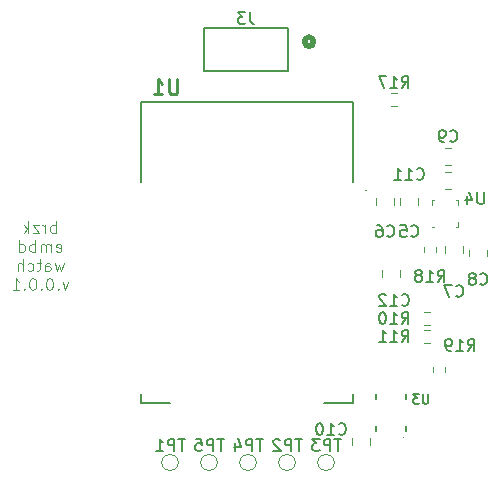
<source format=gbr>
%TF.GenerationSoftware,KiCad,Pcbnew,7.0.9*%
%TF.CreationDate,2023-12-29T19:26:43-05:00*%
%TF.ProjectId,watch-0001,77617463-682d-4303-9030-312e6b696361,v.0.0.1*%
%TF.SameCoordinates,Original*%
%TF.FileFunction,Legend,Bot*%
%TF.FilePolarity,Positive*%
%FSLAX46Y46*%
G04 Gerber Fmt 4.6, Leading zero omitted, Abs format (unit mm)*
G04 Created by KiCad (PCBNEW 7.0.9) date 2023-12-29 19:26:43*
%MOMM*%
%LPD*%
G01*
G04 APERTURE LIST*
%ADD10C,0.100000*%
%ADD11C,0.150000*%
%ADD12C,0.254000*%
%ADD13C,0.120000*%
%ADD14C,0.152400*%
%ADD15C,0.508000*%
%ADD16C,0.127000*%
%ADD17C,0.200000*%
G04 APERTURE END LIST*
D10*
X128380952Y-87536800D02*
X128476190Y-87584419D01*
X128476190Y-87584419D02*
X128666666Y-87584419D01*
X128666666Y-87584419D02*
X128761904Y-87536800D01*
X128761904Y-87536800D02*
X128809523Y-87441561D01*
X128809523Y-87441561D02*
X128809523Y-87060609D01*
X128809523Y-87060609D02*
X128761904Y-86965371D01*
X128761904Y-86965371D02*
X128666666Y-86917752D01*
X128666666Y-86917752D02*
X128476190Y-86917752D01*
X128476190Y-86917752D02*
X128380952Y-86965371D01*
X128380952Y-86965371D02*
X128333333Y-87060609D01*
X128333333Y-87060609D02*
X128333333Y-87155847D01*
X128333333Y-87155847D02*
X128809523Y-87251085D01*
X127904761Y-87584419D02*
X127904761Y-86917752D01*
X127904761Y-87012990D02*
X127857142Y-86965371D01*
X127857142Y-86965371D02*
X127761904Y-86917752D01*
X127761904Y-86917752D02*
X127619047Y-86917752D01*
X127619047Y-86917752D02*
X127523809Y-86965371D01*
X127523809Y-86965371D02*
X127476190Y-87060609D01*
X127476190Y-87060609D02*
X127476190Y-87584419D01*
X127476190Y-87060609D02*
X127428571Y-86965371D01*
X127428571Y-86965371D02*
X127333333Y-86917752D01*
X127333333Y-86917752D02*
X127190476Y-86917752D01*
X127190476Y-86917752D02*
X127095237Y-86965371D01*
X127095237Y-86965371D02*
X127047618Y-87060609D01*
X127047618Y-87060609D02*
X127047618Y-87584419D01*
X126571428Y-87584419D02*
X126571428Y-86584419D01*
X126571428Y-86965371D02*
X126476190Y-86917752D01*
X126476190Y-86917752D02*
X126285714Y-86917752D01*
X126285714Y-86917752D02*
X126190476Y-86965371D01*
X126190476Y-86965371D02*
X126142857Y-87012990D01*
X126142857Y-87012990D02*
X126095238Y-87108228D01*
X126095238Y-87108228D02*
X126095238Y-87393942D01*
X126095238Y-87393942D02*
X126142857Y-87489180D01*
X126142857Y-87489180D02*
X126190476Y-87536800D01*
X126190476Y-87536800D02*
X126285714Y-87584419D01*
X126285714Y-87584419D02*
X126476190Y-87584419D01*
X126476190Y-87584419D02*
X126571428Y-87536800D01*
X125238095Y-87584419D02*
X125238095Y-86584419D01*
X125238095Y-87536800D02*
X125333333Y-87584419D01*
X125333333Y-87584419D02*
X125523809Y-87584419D01*
X125523809Y-87584419D02*
X125619047Y-87536800D01*
X125619047Y-87536800D02*
X125666666Y-87489180D01*
X125666666Y-87489180D02*
X125714285Y-87393942D01*
X125714285Y-87393942D02*
X125714285Y-87108228D01*
X125714285Y-87108228D02*
X125666666Y-87012990D01*
X125666666Y-87012990D02*
X125619047Y-86965371D01*
X125619047Y-86965371D02*
X125523809Y-86917752D01*
X125523809Y-86917752D02*
X125333333Y-86917752D01*
X125333333Y-86917752D02*
X125238095Y-86965371D01*
X128999999Y-88527752D02*
X128809523Y-89194419D01*
X128809523Y-89194419D02*
X128619047Y-88718228D01*
X128619047Y-88718228D02*
X128428571Y-89194419D01*
X128428571Y-89194419D02*
X128238095Y-88527752D01*
X127428571Y-89194419D02*
X127428571Y-88670609D01*
X127428571Y-88670609D02*
X127476190Y-88575371D01*
X127476190Y-88575371D02*
X127571428Y-88527752D01*
X127571428Y-88527752D02*
X127761904Y-88527752D01*
X127761904Y-88527752D02*
X127857142Y-88575371D01*
X127428571Y-89146800D02*
X127523809Y-89194419D01*
X127523809Y-89194419D02*
X127761904Y-89194419D01*
X127761904Y-89194419D02*
X127857142Y-89146800D01*
X127857142Y-89146800D02*
X127904761Y-89051561D01*
X127904761Y-89051561D02*
X127904761Y-88956323D01*
X127904761Y-88956323D02*
X127857142Y-88861085D01*
X127857142Y-88861085D02*
X127761904Y-88813466D01*
X127761904Y-88813466D02*
X127523809Y-88813466D01*
X127523809Y-88813466D02*
X127428571Y-88765847D01*
X127095237Y-88527752D02*
X126714285Y-88527752D01*
X126952380Y-88194419D02*
X126952380Y-89051561D01*
X126952380Y-89051561D02*
X126904761Y-89146800D01*
X126904761Y-89146800D02*
X126809523Y-89194419D01*
X126809523Y-89194419D02*
X126714285Y-89194419D01*
X125952380Y-89146800D02*
X126047618Y-89194419D01*
X126047618Y-89194419D02*
X126238094Y-89194419D01*
X126238094Y-89194419D02*
X126333332Y-89146800D01*
X126333332Y-89146800D02*
X126380951Y-89099180D01*
X126380951Y-89099180D02*
X126428570Y-89003942D01*
X126428570Y-89003942D02*
X126428570Y-88718228D01*
X126428570Y-88718228D02*
X126380951Y-88622990D01*
X126380951Y-88622990D02*
X126333332Y-88575371D01*
X126333332Y-88575371D02*
X126238094Y-88527752D01*
X126238094Y-88527752D02*
X126047618Y-88527752D01*
X126047618Y-88527752D02*
X125952380Y-88575371D01*
X125523808Y-89194419D02*
X125523808Y-88194419D01*
X125095237Y-89194419D02*
X125095237Y-88670609D01*
X125095237Y-88670609D02*
X125142856Y-88575371D01*
X125142856Y-88575371D02*
X125238094Y-88527752D01*
X125238094Y-88527752D02*
X125380951Y-88527752D01*
X125380951Y-88527752D02*
X125476189Y-88575371D01*
X125476189Y-88575371D02*
X125523808Y-88622990D01*
X129380951Y-90137752D02*
X129142856Y-90804419D01*
X129142856Y-90804419D02*
X128904761Y-90137752D01*
X128523808Y-90709180D02*
X128476189Y-90756800D01*
X128476189Y-90756800D02*
X128523808Y-90804419D01*
X128523808Y-90804419D02*
X128571427Y-90756800D01*
X128571427Y-90756800D02*
X128523808Y-90709180D01*
X128523808Y-90709180D02*
X128523808Y-90804419D01*
X127857142Y-89804419D02*
X127761904Y-89804419D01*
X127761904Y-89804419D02*
X127666666Y-89852038D01*
X127666666Y-89852038D02*
X127619047Y-89899657D01*
X127619047Y-89899657D02*
X127571428Y-89994895D01*
X127571428Y-89994895D02*
X127523809Y-90185371D01*
X127523809Y-90185371D02*
X127523809Y-90423466D01*
X127523809Y-90423466D02*
X127571428Y-90613942D01*
X127571428Y-90613942D02*
X127619047Y-90709180D01*
X127619047Y-90709180D02*
X127666666Y-90756800D01*
X127666666Y-90756800D02*
X127761904Y-90804419D01*
X127761904Y-90804419D02*
X127857142Y-90804419D01*
X127857142Y-90804419D02*
X127952380Y-90756800D01*
X127952380Y-90756800D02*
X127999999Y-90709180D01*
X127999999Y-90709180D02*
X128047618Y-90613942D01*
X128047618Y-90613942D02*
X128095237Y-90423466D01*
X128095237Y-90423466D02*
X128095237Y-90185371D01*
X128095237Y-90185371D02*
X128047618Y-89994895D01*
X128047618Y-89994895D02*
X127999999Y-89899657D01*
X127999999Y-89899657D02*
X127952380Y-89852038D01*
X127952380Y-89852038D02*
X127857142Y-89804419D01*
X127095237Y-90709180D02*
X127047618Y-90756800D01*
X127047618Y-90756800D02*
X127095237Y-90804419D01*
X127095237Y-90804419D02*
X127142856Y-90756800D01*
X127142856Y-90756800D02*
X127095237Y-90709180D01*
X127095237Y-90709180D02*
X127095237Y-90804419D01*
X126428571Y-89804419D02*
X126333333Y-89804419D01*
X126333333Y-89804419D02*
X126238095Y-89852038D01*
X126238095Y-89852038D02*
X126190476Y-89899657D01*
X126190476Y-89899657D02*
X126142857Y-89994895D01*
X126142857Y-89994895D02*
X126095238Y-90185371D01*
X126095238Y-90185371D02*
X126095238Y-90423466D01*
X126095238Y-90423466D02*
X126142857Y-90613942D01*
X126142857Y-90613942D02*
X126190476Y-90709180D01*
X126190476Y-90709180D02*
X126238095Y-90756800D01*
X126238095Y-90756800D02*
X126333333Y-90804419D01*
X126333333Y-90804419D02*
X126428571Y-90804419D01*
X126428571Y-90804419D02*
X126523809Y-90756800D01*
X126523809Y-90756800D02*
X126571428Y-90709180D01*
X126571428Y-90709180D02*
X126619047Y-90613942D01*
X126619047Y-90613942D02*
X126666666Y-90423466D01*
X126666666Y-90423466D02*
X126666666Y-90185371D01*
X126666666Y-90185371D02*
X126619047Y-89994895D01*
X126619047Y-89994895D02*
X126571428Y-89899657D01*
X126571428Y-89899657D02*
X126523809Y-89852038D01*
X126523809Y-89852038D02*
X126428571Y-89804419D01*
X125666666Y-90709180D02*
X125619047Y-90756800D01*
X125619047Y-90756800D02*
X125666666Y-90804419D01*
X125666666Y-90804419D02*
X125714285Y-90756800D01*
X125714285Y-90756800D02*
X125666666Y-90709180D01*
X125666666Y-90709180D02*
X125666666Y-90804419D01*
X124666667Y-90804419D02*
X125238095Y-90804419D01*
X124952381Y-90804419D02*
X124952381Y-89804419D01*
X124952381Y-89804419D02*
X125047619Y-89947276D01*
X125047619Y-89947276D02*
X125142857Y-90042514D01*
X125142857Y-90042514D02*
X125238095Y-90090133D01*
X128333333Y-85978419D02*
X128333333Y-84978419D01*
X128333333Y-85359371D02*
X128238095Y-85311752D01*
X128238095Y-85311752D02*
X128047619Y-85311752D01*
X128047619Y-85311752D02*
X127952381Y-85359371D01*
X127952381Y-85359371D02*
X127904762Y-85406990D01*
X127904762Y-85406990D02*
X127857143Y-85502228D01*
X127857143Y-85502228D02*
X127857143Y-85787942D01*
X127857143Y-85787942D02*
X127904762Y-85883180D01*
X127904762Y-85883180D02*
X127952381Y-85930800D01*
X127952381Y-85930800D02*
X128047619Y-85978419D01*
X128047619Y-85978419D02*
X128238095Y-85978419D01*
X128238095Y-85978419D02*
X128333333Y-85930800D01*
X127428571Y-85978419D02*
X127428571Y-85311752D01*
X127428571Y-85502228D02*
X127380952Y-85406990D01*
X127380952Y-85406990D02*
X127333333Y-85359371D01*
X127333333Y-85359371D02*
X127238095Y-85311752D01*
X127238095Y-85311752D02*
X127142857Y-85311752D01*
X126904761Y-85311752D02*
X126380952Y-85311752D01*
X126380952Y-85311752D02*
X126904761Y-85978419D01*
X126904761Y-85978419D02*
X126380952Y-85978419D01*
X125999999Y-85978419D02*
X125999999Y-84978419D01*
X125904761Y-85597466D02*
X125619047Y-85978419D01*
X125619047Y-85311752D02*
X125999999Y-85692704D01*
D11*
X162218666Y-91291580D02*
X162266285Y-91339200D01*
X162266285Y-91339200D02*
X162409142Y-91386819D01*
X162409142Y-91386819D02*
X162504380Y-91386819D01*
X162504380Y-91386819D02*
X162647237Y-91339200D01*
X162647237Y-91339200D02*
X162742475Y-91243961D01*
X162742475Y-91243961D02*
X162790094Y-91148723D01*
X162790094Y-91148723D02*
X162837713Y-90958247D01*
X162837713Y-90958247D02*
X162837713Y-90815390D01*
X162837713Y-90815390D02*
X162790094Y-90624914D01*
X162790094Y-90624914D02*
X162742475Y-90529676D01*
X162742475Y-90529676D02*
X162647237Y-90434438D01*
X162647237Y-90434438D02*
X162504380Y-90386819D01*
X162504380Y-90386819D02*
X162409142Y-90386819D01*
X162409142Y-90386819D02*
X162266285Y-90434438D01*
X162266285Y-90434438D02*
X162218666Y-90482057D01*
X161885332Y-90386819D02*
X161218666Y-90386819D01*
X161218666Y-90386819D02*
X161647237Y-91386819D01*
X145871237Y-103416819D02*
X145299809Y-103416819D01*
X145585523Y-104416819D02*
X145585523Y-103416819D01*
X144966475Y-104416819D02*
X144966475Y-103416819D01*
X144966475Y-103416819D02*
X144585523Y-103416819D01*
X144585523Y-103416819D02*
X144490285Y-103464438D01*
X144490285Y-103464438D02*
X144442666Y-103512057D01*
X144442666Y-103512057D02*
X144395047Y-103607295D01*
X144395047Y-103607295D02*
X144395047Y-103750152D01*
X144395047Y-103750152D02*
X144442666Y-103845390D01*
X144442666Y-103845390D02*
X144490285Y-103893009D01*
X144490285Y-103893009D02*
X144585523Y-103940628D01*
X144585523Y-103940628D02*
X144966475Y-103940628D01*
X143537904Y-103750152D02*
X143537904Y-104416819D01*
X143775999Y-103369200D02*
X144014094Y-104083485D01*
X144014094Y-104083485D02*
X143395047Y-104083485D01*
X157614857Y-93672819D02*
X157948190Y-93196628D01*
X158186285Y-93672819D02*
X158186285Y-92672819D01*
X158186285Y-92672819D02*
X157805333Y-92672819D01*
X157805333Y-92672819D02*
X157710095Y-92720438D01*
X157710095Y-92720438D02*
X157662476Y-92768057D01*
X157662476Y-92768057D02*
X157614857Y-92863295D01*
X157614857Y-92863295D02*
X157614857Y-93006152D01*
X157614857Y-93006152D02*
X157662476Y-93101390D01*
X157662476Y-93101390D02*
X157710095Y-93149009D01*
X157710095Y-93149009D02*
X157805333Y-93196628D01*
X157805333Y-93196628D02*
X158186285Y-93196628D01*
X156662476Y-93672819D02*
X157233904Y-93672819D01*
X156948190Y-93672819D02*
X156948190Y-92672819D01*
X156948190Y-92672819D02*
X157043428Y-92815676D01*
X157043428Y-92815676D02*
X157138666Y-92910914D01*
X157138666Y-92910914D02*
X157233904Y-92958533D01*
X156043428Y-92672819D02*
X155948190Y-92672819D01*
X155948190Y-92672819D02*
X155852952Y-92720438D01*
X155852952Y-92720438D02*
X155805333Y-92768057D01*
X155805333Y-92768057D02*
X155757714Y-92863295D01*
X155757714Y-92863295D02*
X155710095Y-93053771D01*
X155710095Y-93053771D02*
X155710095Y-93291866D01*
X155710095Y-93291866D02*
X155757714Y-93482342D01*
X155757714Y-93482342D02*
X155805333Y-93577580D01*
X155805333Y-93577580D02*
X155852952Y-93625200D01*
X155852952Y-93625200D02*
X155948190Y-93672819D01*
X155948190Y-93672819D02*
X156043428Y-93672819D01*
X156043428Y-93672819D02*
X156138666Y-93625200D01*
X156138666Y-93625200D02*
X156186285Y-93577580D01*
X156186285Y-93577580D02*
X156233904Y-93482342D01*
X156233904Y-93482342D02*
X156281523Y-93291866D01*
X156281523Y-93291866D02*
X156281523Y-93053771D01*
X156281523Y-93053771D02*
X156233904Y-92863295D01*
X156233904Y-92863295D02*
X156186285Y-92768057D01*
X156186285Y-92768057D02*
X156138666Y-92720438D01*
X156138666Y-92720438D02*
X156043428Y-92672819D01*
X160662857Y-90116819D02*
X160996190Y-89640628D01*
X161234285Y-90116819D02*
X161234285Y-89116819D01*
X161234285Y-89116819D02*
X160853333Y-89116819D01*
X160853333Y-89116819D02*
X160758095Y-89164438D01*
X160758095Y-89164438D02*
X160710476Y-89212057D01*
X160710476Y-89212057D02*
X160662857Y-89307295D01*
X160662857Y-89307295D02*
X160662857Y-89450152D01*
X160662857Y-89450152D02*
X160710476Y-89545390D01*
X160710476Y-89545390D02*
X160758095Y-89593009D01*
X160758095Y-89593009D02*
X160853333Y-89640628D01*
X160853333Y-89640628D02*
X161234285Y-89640628D01*
X159710476Y-90116819D02*
X160281904Y-90116819D01*
X159996190Y-90116819D02*
X159996190Y-89116819D01*
X159996190Y-89116819D02*
X160091428Y-89259676D01*
X160091428Y-89259676D02*
X160186666Y-89354914D01*
X160186666Y-89354914D02*
X160281904Y-89402533D01*
X159139047Y-89545390D02*
X159234285Y-89497771D01*
X159234285Y-89497771D02*
X159281904Y-89450152D01*
X159281904Y-89450152D02*
X159329523Y-89354914D01*
X159329523Y-89354914D02*
X159329523Y-89307295D01*
X159329523Y-89307295D02*
X159281904Y-89212057D01*
X159281904Y-89212057D02*
X159234285Y-89164438D01*
X159234285Y-89164438D02*
X159139047Y-89116819D01*
X159139047Y-89116819D02*
X158948571Y-89116819D01*
X158948571Y-89116819D02*
X158853333Y-89164438D01*
X158853333Y-89164438D02*
X158805714Y-89212057D01*
X158805714Y-89212057D02*
X158758095Y-89307295D01*
X158758095Y-89307295D02*
X158758095Y-89354914D01*
X158758095Y-89354914D02*
X158805714Y-89450152D01*
X158805714Y-89450152D02*
X158853333Y-89497771D01*
X158853333Y-89497771D02*
X158948571Y-89545390D01*
X158948571Y-89545390D02*
X159139047Y-89545390D01*
X159139047Y-89545390D02*
X159234285Y-89593009D01*
X159234285Y-89593009D02*
X159281904Y-89640628D01*
X159281904Y-89640628D02*
X159329523Y-89735866D01*
X159329523Y-89735866D02*
X159329523Y-89926342D01*
X159329523Y-89926342D02*
X159281904Y-90021580D01*
X159281904Y-90021580D02*
X159234285Y-90069200D01*
X159234285Y-90069200D02*
X159139047Y-90116819D01*
X159139047Y-90116819D02*
X158948571Y-90116819D01*
X158948571Y-90116819D02*
X158853333Y-90069200D01*
X158853333Y-90069200D02*
X158805714Y-90021580D01*
X158805714Y-90021580D02*
X158758095Y-89926342D01*
X158758095Y-89926342D02*
X158758095Y-89735866D01*
X158758095Y-89735866D02*
X158805714Y-89640628D01*
X158805714Y-89640628D02*
X158853333Y-89593009D01*
X158853333Y-89593009D02*
X158948571Y-89545390D01*
X144770433Y-67272819D02*
X144770433Y-67987104D01*
X144770433Y-67987104D02*
X144818052Y-68129961D01*
X144818052Y-68129961D02*
X144913290Y-68225200D01*
X144913290Y-68225200D02*
X145056147Y-68272819D01*
X145056147Y-68272819D02*
X145151385Y-68272819D01*
X144389480Y-67272819D02*
X143770433Y-67272819D01*
X143770433Y-67272819D02*
X144103766Y-67653771D01*
X144103766Y-67653771D02*
X143960909Y-67653771D01*
X143960909Y-67653771D02*
X143865671Y-67701390D01*
X143865671Y-67701390D02*
X143818052Y-67749009D01*
X143818052Y-67749009D02*
X143770433Y-67844247D01*
X143770433Y-67844247D02*
X143770433Y-68082342D01*
X143770433Y-68082342D02*
X143818052Y-68177580D01*
X143818052Y-68177580D02*
X143865671Y-68225200D01*
X143865671Y-68225200D02*
X143960909Y-68272819D01*
X143960909Y-68272819D02*
X144246623Y-68272819D01*
X144246623Y-68272819D02*
X144341861Y-68225200D01*
X144341861Y-68225200D02*
X144389480Y-68177580D01*
X159867523Y-99638295D02*
X159867523Y-100285914D01*
X159867523Y-100285914D02*
X159829428Y-100362104D01*
X159829428Y-100362104D02*
X159791333Y-100400200D01*
X159791333Y-100400200D02*
X159715142Y-100438295D01*
X159715142Y-100438295D02*
X159562761Y-100438295D01*
X159562761Y-100438295D02*
X159486571Y-100400200D01*
X159486571Y-100400200D02*
X159448476Y-100362104D01*
X159448476Y-100362104D02*
X159410380Y-100285914D01*
X159410380Y-100285914D02*
X159410380Y-99638295D01*
X159105619Y-99638295D02*
X158610381Y-99638295D01*
X158610381Y-99638295D02*
X158877047Y-99943057D01*
X158877047Y-99943057D02*
X158762762Y-99943057D01*
X158762762Y-99943057D02*
X158686571Y-99981152D01*
X158686571Y-99981152D02*
X158648476Y-100019247D01*
X158648476Y-100019247D02*
X158610381Y-100095438D01*
X158610381Y-100095438D02*
X158610381Y-100285914D01*
X158610381Y-100285914D02*
X158648476Y-100362104D01*
X158648476Y-100362104D02*
X158686571Y-100400200D01*
X158686571Y-100400200D02*
X158762762Y-100438295D01*
X158762762Y-100438295D02*
X158991333Y-100438295D01*
X158991333Y-100438295D02*
X159067524Y-100400200D01*
X159067524Y-100400200D02*
X159105619Y-100362104D01*
X163202857Y-95958819D02*
X163536190Y-95482628D01*
X163774285Y-95958819D02*
X163774285Y-94958819D01*
X163774285Y-94958819D02*
X163393333Y-94958819D01*
X163393333Y-94958819D02*
X163298095Y-95006438D01*
X163298095Y-95006438D02*
X163250476Y-95054057D01*
X163250476Y-95054057D02*
X163202857Y-95149295D01*
X163202857Y-95149295D02*
X163202857Y-95292152D01*
X163202857Y-95292152D02*
X163250476Y-95387390D01*
X163250476Y-95387390D02*
X163298095Y-95435009D01*
X163298095Y-95435009D02*
X163393333Y-95482628D01*
X163393333Y-95482628D02*
X163774285Y-95482628D01*
X162250476Y-95958819D02*
X162821904Y-95958819D01*
X162536190Y-95958819D02*
X162536190Y-94958819D01*
X162536190Y-94958819D02*
X162631428Y-95101676D01*
X162631428Y-95101676D02*
X162726666Y-95196914D01*
X162726666Y-95196914D02*
X162821904Y-95244533D01*
X161774285Y-95958819D02*
X161583809Y-95958819D01*
X161583809Y-95958819D02*
X161488571Y-95911200D01*
X161488571Y-95911200D02*
X161440952Y-95863580D01*
X161440952Y-95863580D02*
X161345714Y-95720723D01*
X161345714Y-95720723D02*
X161298095Y-95530247D01*
X161298095Y-95530247D02*
X161298095Y-95149295D01*
X161298095Y-95149295D02*
X161345714Y-95054057D01*
X161345714Y-95054057D02*
X161393333Y-95006438D01*
X161393333Y-95006438D02*
X161488571Y-94958819D01*
X161488571Y-94958819D02*
X161679047Y-94958819D01*
X161679047Y-94958819D02*
X161774285Y-95006438D01*
X161774285Y-95006438D02*
X161821904Y-95054057D01*
X161821904Y-95054057D02*
X161869523Y-95149295D01*
X161869523Y-95149295D02*
X161869523Y-95387390D01*
X161869523Y-95387390D02*
X161821904Y-95482628D01*
X161821904Y-95482628D02*
X161774285Y-95530247D01*
X161774285Y-95530247D02*
X161679047Y-95577866D01*
X161679047Y-95577866D02*
X161488571Y-95577866D01*
X161488571Y-95577866D02*
X161393333Y-95530247D01*
X161393333Y-95530247D02*
X161345714Y-95482628D01*
X161345714Y-95482628D02*
X161298095Y-95387390D01*
X142569237Y-103416819D02*
X141997809Y-103416819D01*
X142283523Y-104416819D02*
X142283523Y-103416819D01*
X141664475Y-104416819D02*
X141664475Y-103416819D01*
X141664475Y-103416819D02*
X141283523Y-103416819D01*
X141283523Y-103416819D02*
X141188285Y-103464438D01*
X141188285Y-103464438D02*
X141140666Y-103512057D01*
X141140666Y-103512057D02*
X141093047Y-103607295D01*
X141093047Y-103607295D02*
X141093047Y-103750152D01*
X141093047Y-103750152D02*
X141140666Y-103845390D01*
X141140666Y-103845390D02*
X141188285Y-103893009D01*
X141188285Y-103893009D02*
X141283523Y-103940628D01*
X141283523Y-103940628D02*
X141664475Y-103940628D01*
X140188285Y-103416819D02*
X140664475Y-103416819D01*
X140664475Y-103416819D02*
X140712094Y-103893009D01*
X140712094Y-103893009D02*
X140664475Y-103845390D01*
X140664475Y-103845390D02*
X140569237Y-103797771D01*
X140569237Y-103797771D02*
X140331142Y-103797771D01*
X140331142Y-103797771D02*
X140235904Y-103845390D01*
X140235904Y-103845390D02*
X140188285Y-103893009D01*
X140188285Y-103893009D02*
X140140666Y-103988247D01*
X140140666Y-103988247D02*
X140140666Y-104226342D01*
X140140666Y-104226342D02*
X140188285Y-104321580D01*
X140188285Y-104321580D02*
X140235904Y-104369200D01*
X140235904Y-104369200D02*
X140331142Y-104416819D01*
X140331142Y-104416819D02*
X140569237Y-104416819D01*
X140569237Y-104416819D02*
X140664475Y-104369200D01*
X140664475Y-104369200D02*
X140712094Y-104321580D01*
X139267237Y-103416819D02*
X138695809Y-103416819D01*
X138981523Y-104416819D02*
X138981523Y-103416819D01*
X138362475Y-104416819D02*
X138362475Y-103416819D01*
X138362475Y-103416819D02*
X137981523Y-103416819D01*
X137981523Y-103416819D02*
X137886285Y-103464438D01*
X137886285Y-103464438D02*
X137838666Y-103512057D01*
X137838666Y-103512057D02*
X137791047Y-103607295D01*
X137791047Y-103607295D02*
X137791047Y-103750152D01*
X137791047Y-103750152D02*
X137838666Y-103845390D01*
X137838666Y-103845390D02*
X137886285Y-103893009D01*
X137886285Y-103893009D02*
X137981523Y-103940628D01*
X137981523Y-103940628D02*
X138362475Y-103940628D01*
X136838666Y-104416819D02*
X137410094Y-104416819D01*
X137124380Y-104416819D02*
X137124380Y-103416819D01*
X137124380Y-103416819D02*
X137219618Y-103559676D01*
X137219618Y-103559676D02*
X137314856Y-103654914D01*
X137314856Y-103654914D02*
X137410094Y-103702533D01*
X164591904Y-82512819D02*
X164591904Y-83322342D01*
X164591904Y-83322342D02*
X164544285Y-83417580D01*
X164544285Y-83417580D02*
X164496666Y-83465200D01*
X164496666Y-83465200D02*
X164401428Y-83512819D01*
X164401428Y-83512819D02*
X164210952Y-83512819D01*
X164210952Y-83512819D02*
X164115714Y-83465200D01*
X164115714Y-83465200D02*
X164068095Y-83417580D01*
X164068095Y-83417580D02*
X164020476Y-83322342D01*
X164020476Y-83322342D02*
X164020476Y-82512819D01*
X163115714Y-82846152D02*
X163115714Y-83512819D01*
X163353809Y-82465200D02*
X163591904Y-83179485D01*
X163591904Y-83179485D02*
X162972857Y-83179485D01*
X161710666Y-78181580D02*
X161758285Y-78229200D01*
X161758285Y-78229200D02*
X161901142Y-78276819D01*
X161901142Y-78276819D02*
X161996380Y-78276819D01*
X161996380Y-78276819D02*
X162139237Y-78229200D01*
X162139237Y-78229200D02*
X162234475Y-78133961D01*
X162234475Y-78133961D02*
X162282094Y-78038723D01*
X162282094Y-78038723D02*
X162329713Y-77848247D01*
X162329713Y-77848247D02*
X162329713Y-77705390D01*
X162329713Y-77705390D02*
X162282094Y-77514914D01*
X162282094Y-77514914D02*
X162234475Y-77419676D01*
X162234475Y-77419676D02*
X162139237Y-77324438D01*
X162139237Y-77324438D02*
X161996380Y-77276819D01*
X161996380Y-77276819D02*
X161901142Y-77276819D01*
X161901142Y-77276819D02*
X161758285Y-77324438D01*
X161758285Y-77324438D02*
X161710666Y-77372057D01*
X161234475Y-78276819D02*
X161043999Y-78276819D01*
X161043999Y-78276819D02*
X160948761Y-78229200D01*
X160948761Y-78229200D02*
X160901142Y-78181580D01*
X160901142Y-78181580D02*
X160805904Y-78038723D01*
X160805904Y-78038723D02*
X160758285Y-77848247D01*
X160758285Y-77848247D02*
X160758285Y-77467295D01*
X160758285Y-77467295D02*
X160805904Y-77372057D01*
X160805904Y-77372057D02*
X160853523Y-77324438D01*
X160853523Y-77324438D02*
X160948761Y-77276819D01*
X160948761Y-77276819D02*
X161139237Y-77276819D01*
X161139237Y-77276819D02*
X161234475Y-77324438D01*
X161234475Y-77324438D02*
X161282094Y-77372057D01*
X161282094Y-77372057D02*
X161329713Y-77467295D01*
X161329713Y-77467295D02*
X161329713Y-77705390D01*
X161329713Y-77705390D02*
X161282094Y-77800628D01*
X161282094Y-77800628D02*
X161234475Y-77848247D01*
X161234475Y-77848247D02*
X161139237Y-77895866D01*
X161139237Y-77895866D02*
X160948761Y-77895866D01*
X160948761Y-77895866D02*
X160853523Y-77848247D01*
X160853523Y-77848247D02*
X160805904Y-77800628D01*
X160805904Y-77800628D02*
X160758285Y-77705390D01*
X149173237Y-103416819D02*
X148601809Y-103416819D01*
X148887523Y-104416819D02*
X148887523Y-103416819D01*
X148268475Y-104416819D02*
X148268475Y-103416819D01*
X148268475Y-103416819D02*
X147887523Y-103416819D01*
X147887523Y-103416819D02*
X147792285Y-103464438D01*
X147792285Y-103464438D02*
X147744666Y-103512057D01*
X147744666Y-103512057D02*
X147697047Y-103607295D01*
X147697047Y-103607295D02*
X147697047Y-103750152D01*
X147697047Y-103750152D02*
X147744666Y-103845390D01*
X147744666Y-103845390D02*
X147792285Y-103893009D01*
X147792285Y-103893009D02*
X147887523Y-103940628D01*
X147887523Y-103940628D02*
X148268475Y-103940628D01*
X147316094Y-103512057D02*
X147268475Y-103464438D01*
X147268475Y-103464438D02*
X147173237Y-103416819D01*
X147173237Y-103416819D02*
X146935142Y-103416819D01*
X146935142Y-103416819D02*
X146839904Y-103464438D01*
X146839904Y-103464438D02*
X146792285Y-103512057D01*
X146792285Y-103512057D02*
X146744666Y-103607295D01*
X146744666Y-103607295D02*
X146744666Y-103702533D01*
X146744666Y-103702533D02*
X146792285Y-103845390D01*
X146792285Y-103845390D02*
X147363713Y-104416819D01*
X147363713Y-104416819D02*
X146744666Y-104416819D01*
X158884857Y-81385580D02*
X158932476Y-81433200D01*
X158932476Y-81433200D02*
X159075333Y-81480819D01*
X159075333Y-81480819D02*
X159170571Y-81480819D01*
X159170571Y-81480819D02*
X159313428Y-81433200D01*
X159313428Y-81433200D02*
X159408666Y-81337961D01*
X159408666Y-81337961D02*
X159456285Y-81242723D01*
X159456285Y-81242723D02*
X159503904Y-81052247D01*
X159503904Y-81052247D02*
X159503904Y-80909390D01*
X159503904Y-80909390D02*
X159456285Y-80718914D01*
X159456285Y-80718914D02*
X159408666Y-80623676D01*
X159408666Y-80623676D02*
X159313428Y-80528438D01*
X159313428Y-80528438D02*
X159170571Y-80480819D01*
X159170571Y-80480819D02*
X159075333Y-80480819D01*
X159075333Y-80480819D02*
X158932476Y-80528438D01*
X158932476Y-80528438D02*
X158884857Y-80576057D01*
X157932476Y-81480819D02*
X158503904Y-81480819D01*
X158218190Y-81480819D02*
X158218190Y-80480819D01*
X158218190Y-80480819D02*
X158313428Y-80623676D01*
X158313428Y-80623676D02*
X158408666Y-80718914D01*
X158408666Y-80718914D02*
X158503904Y-80766533D01*
X156980095Y-81480819D02*
X157551523Y-81480819D01*
X157265809Y-81480819D02*
X157265809Y-80480819D01*
X157265809Y-80480819D02*
X157361047Y-80623676D01*
X157361047Y-80623676D02*
X157456285Y-80718914D01*
X157456285Y-80718914D02*
X157551523Y-80766533D01*
X164250666Y-90275580D02*
X164298285Y-90323200D01*
X164298285Y-90323200D02*
X164441142Y-90370819D01*
X164441142Y-90370819D02*
X164536380Y-90370819D01*
X164536380Y-90370819D02*
X164679237Y-90323200D01*
X164679237Y-90323200D02*
X164774475Y-90227961D01*
X164774475Y-90227961D02*
X164822094Y-90132723D01*
X164822094Y-90132723D02*
X164869713Y-89942247D01*
X164869713Y-89942247D02*
X164869713Y-89799390D01*
X164869713Y-89799390D02*
X164822094Y-89608914D01*
X164822094Y-89608914D02*
X164774475Y-89513676D01*
X164774475Y-89513676D02*
X164679237Y-89418438D01*
X164679237Y-89418438D02*
X164536380Y-89370819D01*
X164536380Y-89370819D02*
X164441142Y-89370819D01*
X164441142Y-89370819D02*
X164298285Y-89418438D01*
X164298285Y-89418438D02*
X164250666Y-89466057D01*
X163679237Y-89799390D02*
X163774475Y-89751771D01*
X163774475Y-89751771D02*
X163822094Y-89704152D01*
X163822094Y-89704152D02*
X163869713Y-89608914D01*
X163869713Y-89608914D02*
X163869713Y-89561295D01*
X163869713Y-89561295D02*
X163822094Y-89466057D01*
X163822094Y-89466057D02*
X163774475Y-89418438D01*
X163774475Y-89418438D02*
X163679237Y-89370819D01*
X163679237Y-89370819D02*
X163488761Y-89370819D01*
X163488761Y-89370819D02*
X163393523Y-89418438D01*
X163393523Y-89418438D02*
X163345904Y-89466057D01*
X163345904Y-89466057D02*
X163298285Y-89561295D01*
X163298285Y-89561295D02*
X163298285Y-89608914D01*
X163298285Y-89608914D02*
X163345904Y-89704152D01*
X163345904Y-89704152D02*
X163393523Y-89751771D01*
X163393523Y-89751771D02*
X163488761Y-89799390D01*
X163488761Y-89799390D02*
X163679237Y-89799390D01*
X163679237Y-89799390D02*
X163774475Y-89847009D01*
X163774475Y-89847009D02*
X163822094Y-89894628D01*
X163822094Y-89894628D02*
X163869713Y-89989866D01*
X163869713Y-89989866D02*
X163869713Y-90180342D01*
X163869713Y-90180342D02*
X163822094Y-90275580D01*
X163822094Y-90275580D02*
X163774475Y-90323200D01*
X163774475Y-90323200D02*
X163679237Y-90370819D01*
X163679237Y-90370819D02*
X163488761Y-90370819D01*
X163488761Y-90370819D02*
X163393523Y-90323200D01*
X163393523Y-90323200D02*
X163345904Y-90275580D01*
X163345904Y-90275580D02*
X163298285Y-90180342D01*
X163298285Y-90180342D02*
X163298285Y-89989866D01*
X163298285Y-89989866D02*
X163345904Y-89894628D01*
X163345904Y-89894628D02*
X163393523Y-89847009D01*
X163393523Y-89847009D02*
X163488761Y-89799390D01*
X157614857Y-73700819D02*
X157948190Y-73224628D01*
X158186285Y-73700819D02*
X158186285Y-72700819D01*
X158186285Y-72700819D02*
X157805333Y-72700819D01*
X157805333Y-72700819D02*
X157710095Y-72748438D01*
X157710095Y-72748438D02*
X157662476Y-72796057D01*
X157662476Y-72796057D02*
X157614857Y-72891295D01*
X157614857Y-72891295D02*
X157614857Y-73034152D01*
X157614857Y-73034152D02*
X157662476Y-73129390D01*
X157662476Y-73129390D02*
X157710095Y-73177009D01*
X157710095Y-73177009D02*
X157805333Y-73224628D01*
X157805333Y-73224628D02*
X158186285Y-73224628D01*
X156662476Y-73700819D02*
X157233904Y-73700819D01*
X156948190Y-73700819D02*
X156948190Y-72700819D01*
X156948190Y-72700819D02*
X157043428Y-72843676D01*
X157043428Y-72843676D02*
X157138666Y-72938914D01*
X157138666Y-72938914D02*
X157233904Y-72986533D01*
X156329142Y-72700819D02*
X155662476Y-72700819D01*
X155662476Y-72700819D02*
X156091047Y-73700819D01*
X157614857Y-95196819D02*
X157948190Y-94720628D01*
X158186285Y-95196819D02*
X158186285Y-94196819D01*
X158186285Y-94196819D02*
X157805333Y-94196819D01*
X157805333Y-94196819D02*
X157710095Y-94244438D01*
X157710095Y-94244438D02*
X157662476Y-94292057D01*
X157662476Y-94292057D02*
X157614857Y-94387295D01*
X157614857Y-94387295D02*
X157614857Y-94530152D01*
X157614857Y-94530152D02*
X157662476Y-94625390D01*
X157662476Y-94625390D02*
X157710095Y-94673009D01*
X157710095Y-94673009D02*
X157805333Y-94720628D01*
X157805333Y-94720628D02*
X158186285Y-94720628D01*
X156662476Y-95196819D02*
X157233904Y-95196819D01*
X156948190Y-95196819D02*
X156948190Y-94196819D01*
X156948190Y-94196819D02*
X157043428Y-94339676D01*
X157043428Y-94339676D02*
X157138666Y-94434914D01*
X157138666Y-94434914D02*
X157233904Y-94482533D01*
X155710095Y-95196819D02*
X156281523Y-95196819D01*
X155995809Y-95196819D02*
X155995809Y-94196819D01*
X155995809Y-94196819D02*
X156091047Y-94339676D01*
X156091047Y-94339676D02*
X156186285Y-94434914D01*
X156186285Y-94434914D02*
X156281523Y-94482533D01*
X152280857Y-102975580D02*
X152328476Y-103023200D01*
X152328476Y-103023200D02*
X152471333Y-103070819D01*
X152471333Y-103070819D02*
X152566571Y-103070819D01*
X152566571Y-103070819D02*
X152709428Y-103023200D01*
X152709428Y-103023200D02*
X152804666Y-102927961D01*
X152804666Y-102927961D02*
X152852285Y-102832723D01*
X152852285Y-102832723D02*
X152899904Y-102642247D01*
X152899904Y-102642247D02*
X152899904Y-102499390D01*
X152899904Y-102499390D02*
X152852285Y-102308914D01*
X152852285Y-102308914D02*
X152804666Y-102213676D01*
X152804666Y-102213676D02*
X152709428Y-102118438D01*
X152709428Y-102118438D02*
X152566571Y-102070819D01*
X152566571Y-102070819D02*
X152471333Y-102070819D01*
X152471333Y-102070819D02*
X152328476Y-102118438D01*
X152328476Y-102118438D02*
X152280857Y-102166057D01*
X151328476Y-103070819D02*
X151899904Y-103070819D01*
X151614190Y-103070819D02*
X151614190Y-102070819D01*
X151614190Y-102070819D02*
X151709428Y-102213676D01*
X151709428Y-102213676D02*
X151804666Y-102308914D01*
X151804666Y-102308914D02*
X151899904Y-102356533D01*
X150709428Y-102070819D02*
X150614190Y-102070819D01*
X150614190Y-102070819D02*
X150518952Y-102118438D01*
X150518952Y-102118438D02*
X150471333Y-102166057D01*
X150471333Y-102166057D02*
X150423714Y-102261295D01*
X150423714Y-102261295D02*
X150376095Y-102451771D01*
X150376095Y-102451771D02*
X150376095Y-102689866D01*
X150376095Y-102689866D02*
X150423714Y-102880342D01*
X150423714Y-102880342D02*
X150471333Y-102975580D01*
X150471333Y-102975580D02*
X150518952Y-103023200D01*
X150518952Y-103023200D02*
X150614190Y-103070819D01*
X150614190Y-103070819D02*
X150709428Y-103070819D01*
X150709428Y-103070819D02*
X150804666Y-103023200D01*
X150804666Y-103023200D02*
X150852285Y-102975580D01*
X150852285Y-102975580D02*
X150899904Y-102880342D01*
X150899904Y-102880342D02*
X150947523Y-102689866D01*
X150947523Y-102689866D02*
X150947523Y-102451771D01*
X150947523Y-102451771D02*
X150899904Y-102261295D01*
X150899904Y-102261295D02*
X150852285Y-102166057D01*
X150852285Y-102166057D02*
X150804666Y-102118438D01*
X150804666Y-102118438D02*
X150709428Y-102070819D01*
X156376666Y-86211580D02*
X156424285Y-86259200D01*
X156424285Y-86259200D02*
X156567142Y-86306819D01*
X156567142Y-86306819D02*
X156662380Y-86306819D01*
X156662380Y-86306819D02*
X156805237Y-86259200D01*
X156805237Y-86259200D02*
X156900475Y-86163961D01*
X156900475Y-86163961D02*
X156948094Y-86068723D01*
X156948094Y-86068723D02*
X156995713Y-85878247D01*
X156995713Y-85878247D02*
X156995713Y-85735390D01*
X156995713Y-85735390D02*
X156948094Y-85544914D01*
X156948094Y-85544914D02*
X156900475Y-85449676D01*
X156900475Y-85449676D02*
X156805237Y-85354438D01*
X156805237Y-85354438D02*
X156662380Y-85306819D01*
X156662380Y-85306819D02*
X156567142Y-85306819D01*
X156567142Y-85306819D02*
X156424285Y-85354438D01*
X156424285Y-85354438D02*
X156376666Y-85402057D01*
X155519523Y-85306819D02*
X155709999Y-85306819D01*
X155709999Y-85306819D02*
X155805237Y-85354438D01*
X155805237Y-85354438D02*
X155852856Y-85402057D01*
X155852856Y-85402057D02*
X155948094Y-85544914D01*
X155948094Y-85544914D02*
X155995713Y-85735390D01*
X155995713Y-85735390D02*
X155995713Y-86116342D01*
X155995713Y-86116342D02*
X155948094Y-86211580D01*
X155948094Y-86211580D02*
X155900475Y-86259200D01*
X155900475Y-86259200D02*
X155805237Y-86306819D01*
X155805237Y-86306819D02*
X155614761Y-86306819D01*
X155614761Y-86306819D02*
X155519523Y-86259200D01*
X155519523Y-86259200D02*
X155471904Y-86211580D01*
X155471904Y-86211580D02*
X155424285Y-86116342D01*
X155424285Y-86116342D02*
X155424285Y-85878247D01*
X155424285Y-85878247D02*
X155471904Y-85783009D01*
X155471904Y-85783009D02*
X155519523Y-85735390D01*
X155519523Y-85735390D02*
X155614761Y-85687771D01*
X155614761Y-85687771D02*
X155805237Y-85687771D01*
X155805237Y-85687771D02*
X155900475Y-85735390D01*
X155900475Y-85735390D02*
X155948094Y-85783009D01*
X155948094Y-85783009D02*
X155995713Y-85878247D01*
X158408666Y-86211580D02*
X158456285Y-86259200D01*
X158456285Y-86259200D02*
X158599142Y-86306819D01*
X158599142Y-86306819D02*
X158694380Y-86306819D01*
X158694380Y-86306819D02*
X158837237Y-86259200D01*
X158837237Y-86259200D02*
X158932475Y-86163961D01*
X158932475Y-86163961D02*
X158980094Y-86068723D01*
X158980094Y-86068723D02*
X159027713Y-85878247D01*
X159027713Y-85878247D02*
X159027713Y-85735390D01*
X159027713Y-85735390D02*
X158980094Y-85544914D01*
X158980094Y-85544914D02*
X158932475Y-85449676D01*
X158932475Y-85449676D02*
X158837237Y-85354438D01*
X158837237Y-85354438D02*
X158694380Y-85306819D01*
X158694380Y-85306819D02*
X158599142Y-85306819D01*
X158599142Y-85306819D02*
X158456285Y-85354438D01*
X158456285Y-85354438D02*
X158408666Y-85402057D01*
X157503904Y-85306819D02*
X157980094Y-85306819D01*
X157980094Y-85306819D02*
X158027713Y-85783009D01*
X158027713Y-85783009D02*
X157980094Y-85735390D01*
X157980094Y-85735390D02*
X157884856Y-85687771D01*
X157884856Y-85687771D02*
X157646761Y-85687771D01*
X157646761Y-85687771D02*
X157551523Y-85735390D01*
X157551523Y-85735390D02*
X157503904Y-85783009D01*
X157503904Y-85783009D02*
X157456285Y-85878247D01*
X157456285Y-85878247D02*
X157456285Y-86116342D01*
X157456285Y-86116342D02*
X157503904Y-86211580D01*
X157503904Y-86211580D02*
X157551523Y-86259200D01*
X157551523Y-86259200D02*
X157646761Y-86306819D01*
X157646761Y-86306819D02*
X157884856Y-86306819D01*
X157884856Y-86306819D02*
X157980094Y-86259200D01*
X157980094Y-86259200D02*
X158027713Y-86211580D01*
X152475237Y-103416819D02*
X151903809Y-103416819D01*
X152189523Y-104416819D02*
X152189523Y-103416819D01*
X151570475Y-104416819D02*
X151570475Y-103416819D01*
X151570475Y-103416819D02*
X151189523Y-103416819D01*
X151189523Y-103416819D02*
X151094285Y-103464438D01*
X151094285Y-103464438D02*
X151046666Y-103512057D01*
X151046666Y-103512057D02*
X150999047Y-103607295D01*
X150999047Y-103607295D02*
X150999047Y-103750152D01*
X150999047Y-103750152D02*
X151046666Y-103845390D01*
X151046666Y-103845390D02*
X151094285Y-103893009D01*
X151094285Y-103893009D02*
X151189523Y-103940628D01*
X151189523Y-103940628D02*
X151570475Y-103940628D01*
X150665713Y-103416819D02*
X150046666Y-103416819D01*
X150046666Y-103416819D02*
X150379999Y-103797771D01*
X150379999Y-103797771D02*
X150237142Y-103797771D01*
X150237142Y-103797771D02*
X150141904Y-103845390D01*
X150141904Y-103845390D02*
X150094285Y-103893009D01*
X150094285Y-103893009D02*
X150046666Y-103988247D01*
X150046666Y-103988247D02*
X150046666Y-104226342D01*
X150046666Y-104226342D02*
X150094285Y-104321580D01*
X150094285Y-104321580D02*
X150141904Y-104369200D01*
X150141904Y-104369200D02*
X150237142Y-104416819D01*
X150237142Y-104416819D02*
X150522856Y-104416819D01*
X150522856Y-104416819D02*
X150618094Y-104369200D01*
X150618094Y-104369200D02*
X150665713Y-104321580D01*
D12*
X138635619Y-72964318D02*
X138635619Y-73992413D01*
X138635619Y-73992413D02*
X138575142Y-74113365D01*
X138575142Y-74113365D02*
X138514666Y-74173842D01*
X138514666Y-74173842D02*
X138393714Y-74234318D01*
X138393714Y-74234318D02*
X138151809Y-74234318D01*
X138151809Y-74234318D02*
X138030857Y-74173842D01*
X138030857Y-74173842D02*
X137970380Y-74113365D01*
X137970380Y-74113365D02*
X137909904Y-73992413D01*
X137909904Y-73992413D02*
X137909904Y-72964318D01*
X136639904Y-74234318D02*
X137365619Y-74234318D01*
X137002762Y-74234318D02*
X137002762Y-72964318D01*
X137002762Y-72964318D02*
X137123714Y-73145746D01*
X137123714Y-73145746D02*
X137244666Y-73266699D01*
X137244666Y-73266699D02*
X137365619Y-73327175D01*
D11*
X157614857Y-92053580D02*
X157662476Y-92101200D01*
X157662476Y-92101200D02*
X157805333Y-92148819D01*
X157805333Y-92148819D02*
X157900571Y-92148819D01*
X157900571Y-92148819D02*
X158043428Y-92101200D01*
X158043428Y-92101200D02*
X158138666Y-92005961D01*
X158138666Y-92005961D02*
X158186285Y-91910723D01*
X158186285Y-91910723D02*
X158233904Y-91720247D01*
X158233904Y-91720247D02*
X158233904Y-91577390D01*
X158233904Y-91577390D02*
X158186285Y-91386914D01*
X158186285Y-91386914D02*
X158138666Y-91291676D01*
X158138666Y-91291676D02*
X158043428Y-91196438D01*
X158043428Y-91196438D02*
X157900571Y-91148819D01*
X157900571Y-91148819D02*
X157805333Y-91148819D01*
X157805333Y-91148819D02*
X157662476Y-91196438D01*
X157662476Y-91196438D02*
X157614857Y-91244057D01*
X156662476Y-92148819D02*
X157233904Y-92148819D01*
X156948190Y-92148819D02*
X156948190Y-91148819D01*
X156948190Y-91148819D02*
X157043428Y-91291676D01*
X157043428Y-91291676D02*
X157138666Y-91386914D01*
X157138666Y-91386914D02*
X157233904Y-91434533D01*
X156281523Y-91244057D02*
X156233904Y-91196438D01*
X156233904Y-91196438D02*
X156138666Y-91148819D01*
X156138666Y-91148819D02*
X155900571Y-91148819D01*
X155900571Y-91148819D02*
X155805333Y-91196438D01*
X155805333Y-91196438D02*
X155757714Y-91244057D01*
X155757714Y-91244057D02*
X155710095Y-91339295D01*
X155710095Y-91339295D02*
X155710095Y-91434533D01*
X155710095Y-91434533D02*
X155757714Y-91577390D01*
X155757714Y-91577390D02*
X156329142Y-92148819D01*
X156329142Y-92148819D02*
X155710095Y-92148819D01*
D13*
%TO.C,C7*%
X162787000Y-87114748D02*
X162787000Y-87637252D01*
X161317000Y-87114748D02*
X161317000Y-87637252D01*
%TO.C,TP4*%
X145309333Y-105410000D02*
G75*
G03*
X145309333Y-105410000I-700000J0D01*
G01*
%TO.C,R10*%
X160003258Y-93740500D02*
X159528742Y-93740500D01*
X160003258Y-92695500D02*
X159528742Y-92695500D01*
%TO.C,R18*%
X160542500Y-87138742D02*
X160542500Y-87613258D01*
X159497500Y-87138742D02*
X159497500Y-87613258D01*
D14*
%TO.C,J3*%
X147993100Y-72250300D02*
X140881100Y-72250300D01*
X147993100Y-68592700D02*
X147993100Y-72250300D01*
X140881100Y-72250300D02*
X140881100Y-68592700D01*
X140881100Y-68592700D02*
X147993100Y-68592700D01*
D15*
X150152100Y-69786500D02*
G75*
G03*
X150152100Y-69786500I-381000J0D01*
G01*
D16*
%TO.C,U3*%
X155418000Y-102736500D02*
X155418000Y-102336500D01*
X158018000Y-102336500D02*
X158018000Y-102736500D01*
X155418000Y-99636500D02*
X155418000Y-100036500D01*
X158018000Y-99636500D02*
X158018000Y-100036500D01*
D10*
X157768000Y-103286500D02*
G75*
G03*
X157768000Y-103286500I-50000J0D01*
G01*
D13*
%TO.C,R19*%
X161304500Y-97298742D02*
X161304500Y-97773258D01*
X160259500Y-97298742D02*
X160259500Y-97773258D01*
%TO.C,TP5*%
X142007333Y-105410000D02*
G75*
G03*
X142007333Y-105410000I-700000J0D01*
G01*
%TO.C,TP1*%
X138705333Y-105410000D02*
G75*
G03*
X138705333Y-105410000I-700000J0D01*
G01*
%TO.C,U4*%
X160180000Y-83218000D02*
X160180000Y-83643000D01*
X160355000Y-83218000D02*
X160180000Y-83218000D01*
X160355000Y-85438000D02*
X160180000Y-85438000D01*
X162225000Y-83218000D02*
X162400000Y-83218000D01*
X162225000Y-85438000D02*
X162400000Y-85438000D01*
X162400000Y-83218000D02*
X162400000Y-83643000D01*
X162400000Y-85438000D02*
X162400000Y-85013000D01*
%TO.C,C9*%
X161805252Y-80237000D02*
X161282748Y-80237000D01*
X161805252Y-78767000D02*
X161282748Y-78767000D01*
%TO.C,TP2*%
X148611333Y-105410000D02*
G75*
G03*
X148611333Y-105410000I-700000J0D01*
G01*
%TO.C,C11*%
X161805252Y-82269000D02*
X161282748Y-82269000D01*
X161805252Y-80799000D02*
X161282748Y-80799000D01*
%TO.C,C8*%
X164819000Y-87434748D02*
X164819000Y-87957252D01*
X163349000Y-87434748D02*
X163349000Y-87957252D01*
%TO.C,R17*%
X157209258Y-75198500D02*
X156734742Y-75198500D01*
X157209258Y-74153500D02*
X156734742Y-74153500D01*
%TO.C,R11*%
X160003258Y-95264500D02*
X159528742Y-95264500D01*
X160003258Y-94219500D02*
X159528742Y-94219500D01*
%TO.C,C10*%
X153443000Y-103893252D02*
X153443000Y-103370748D01*
X154913000Y-103893252D02*
X154913000Y-103370748D01*
%TO.C,C6*%
X155475000Y-83573252D02*
X155475000Y-83050748D01*
X156945000Y-83573252D02*
X156945000Y-83050748D01*
%TO.C,C5*%
X157507000Y-83573252D02*
X157507000Y-83050748D01*
X158977000Y-83573252D02*
X158977000Y-83050748D01*
%TO.C,TP3*%
X151913333Y-105410000D02*
G75*
G03*
X151913333Y-105410000I-700000J0D01*
G01*
D10*
%TO.C,U1*%
X154626000Y-82374000D02*
X154626000Y-82374000D01*
X154526000Y-82374000D02*
X154526000Y-82374000D01*
D17*
X153526000Y-100384000D02*
X153526000Y-99634000D01*
X153526000Y-81634000D02*
X153526000Y-74884000D01*
X153526000Y-74884000D02*
X135526000Y-74884000D01*
X151026000Y-100384000D02*
X153526000Y-100384000D01*
X135526000Y-100384000D02*
X138026000Y-100384000D01*
X135526000Y-99634000D02*
X135526000Y-100384000D01*
X135526000Y-74884000D02*
X135526000Y-81634000D01*
D10*
X154526000Y-82374000D02*
G75*
G03*
X154626000Y-82374000I50000J0D01*
G01*
X154626000Y-82374000D02*
G75*
G03*
X154526000Y-82374000I-50000J0D01*
G01*
D13*
%TO.C,C12*%
X155983000Y-89669252D02*
X155983000Y-89146748D01*
X157453000Y-89669252D02*
X157453000Y-89146748D01*
%TD*%
M02*

</source>
